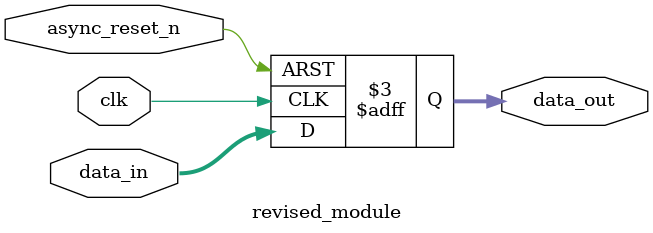
<source format=sv>
module revised_module (
    input logic clk,
    input logic async_reset_n,
    input logic [7:0] data_in,
    output logic [7:0] data_out
);

    always_ff @(posedge clk or negedge async_reset_n) begin
        if (!async_reset_n)
            data_out <= 8'b0;
        else
            data_out <= data_in;
    end

endmodule
</source>
